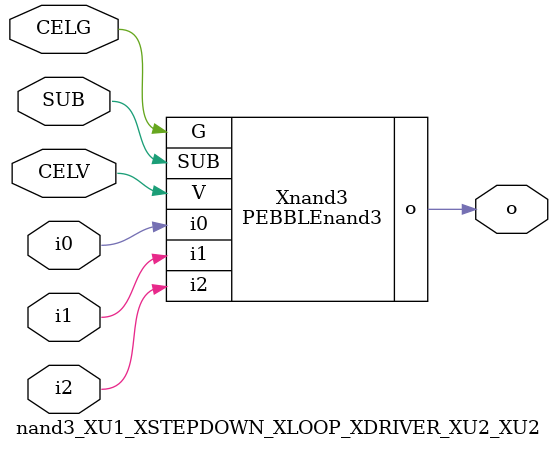
<source format=v>



module PEBBLEnand3 ( o, G, SUB, V, i0, i1, i2 );

  input i0;
  input V;
  input i2;
  input i1;
  input G;
  output o;
  input SUB;
endmodule

//Celera Confidential Do Not Copy nand3_XU1_XSTEPDOWN_XLOOP_XDRIVER_XU2_XU2
//Celera Confidential Symbol Generator
//5V Inverter
module nand3_XU1_XSTEPDOWN_XLOOP_XDRIVER_XU2_XU2 (CELV,CELG,i0,i1,i2,o,SUB);
input CELV;
input CELG;
input i0;
input i1;
input i2;
input SUB;
output o;

//Celera Confidential Do Not Copy nand3
PEBBLEnand3 Xnand3(
.V (CELV),
.i0 (i0),
.i1 (i1),
.i2 (i2),
.o (o),
.SUB (SUB),
.G (CELG)
);
//,diesize,PEBBLEnand3

//Celera Confidential Do Not Copy Module End
//Celera Schematic Generator
endmodule

</source>
